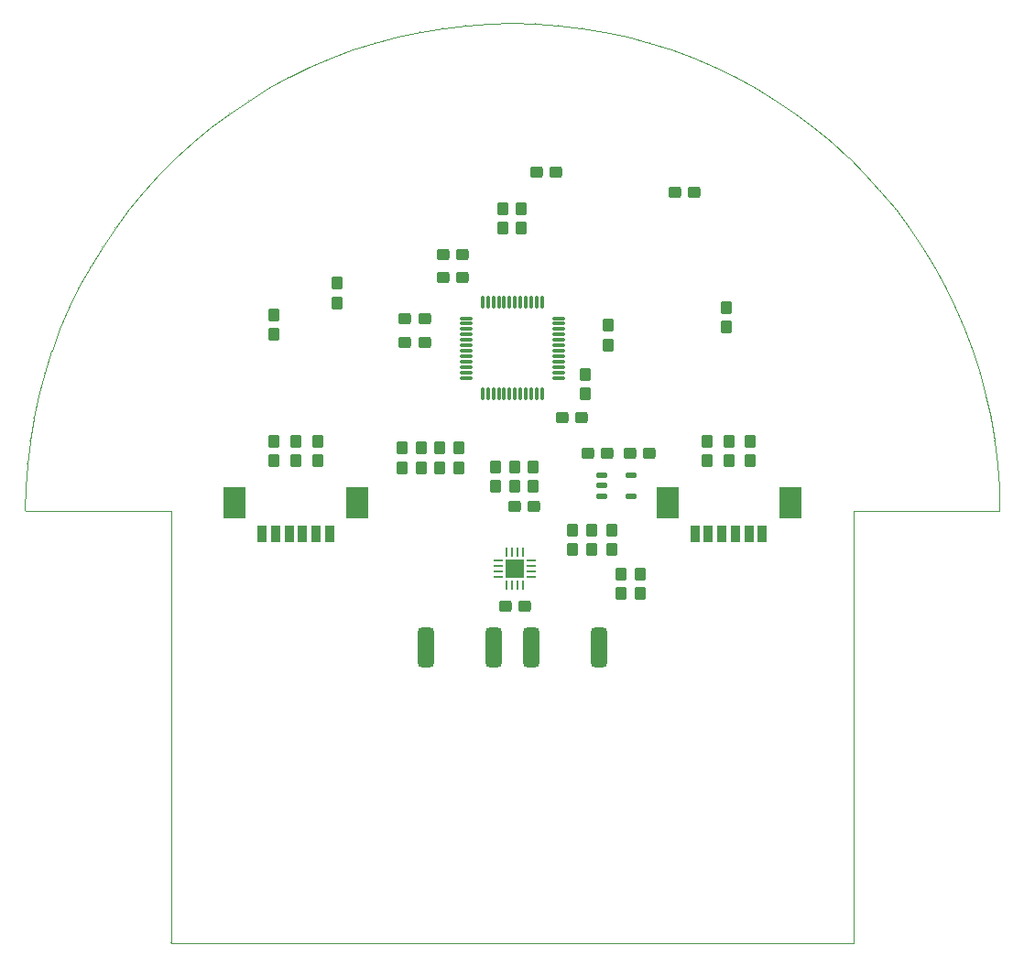
<source format=gtp>
%FSLAX25Y25*%
%MOIN*%
G70*
G01*
G75*
G04 Layer_Color=8421504*
G04:AMPARAMS|DCode=10|XSize=41.34mil|YSize=47.24mil|CornerRadius=10.34mil|HoleSize=0mil|Usage=FLASHONLY|Rotation=0.000|XOffset=0mil|YOffset=0mil|HoleType=Round|Shape=RoundedRectangle|*
%AMROUNDEDRECTD10*
21,1,0.04134,0.02658,0,0,0.0*
21,1,0.02067,0.04724,0,0,0.0*
1,1,0.02067,0.01034,-0.01329*
1,1,0.02067,-0.01034,-0.01329*
1,1,0.02067,-0.01034,0.01329*
1,1,0.02067,0.01034,0.01329*
%
%ADD10ROUNDEDRECTD10*%
G04:AMPARAMS|DCode=11|XSize=41.34mil|YSize=47.24mil|CornerRadius=10.34mil|HoleSize=0mil|Usage=FLASHONLY|Rotation=270.000|XOffset=0mil|YOffset=0mil|HoleType=Round|Shape=RoundedRectangle|*
%AMROUNDEDRECTD11*
21,1,0.04134,0.02658,0,0,270.0*
21,1,0.02067,0.04724,0,0,270.0*
1,1,0.02067,-0.01329,-0.01034*
1,1,0.02067,-0.01329,0.01034*
1,1,0.02067,0.01329,0.01034*
1,1,0.02067,0.01329,-0.01034*
%
%ADD11ROUNDEDRECTD11*%
%ADD12R,0.07087X0.07087*%
%ADD13O,0.00984X0.03543*%
%ADD14O,0.03543X0.00984*%
G04:AMPARAMS|DCode=15|XSize=21.65mil|YSize=39.37mil|CornerRadius=5.41mil|HoleSize=0mil|Usage=FLASHONLY|Rotation=270.000|XOffset=0mil|YOffset=0mil|HoleType=Round|Shape=RoundedRectangle|*
%AMROUNDEDRECTD15*
21,1,0.02165,0.02854,0,0,270.0*
21,1,0.01083,0.03937,0,0,270.0*
1,1,0.01083,-0.01427,-0.00541*
1,1,0.01083,-0.01427,0.00541*
1,1,0.01083,0.01427,0.00541*
1,1,0.01083,0.01427,-0.00541*
%
%ADD15ROUNDEDRECTD15*%
G04:AMPARAMS|DCode=16|XSize=145.67mil|YSize=59.06mil|CornerRadius=14.76mil|HoleSize=0mil|Usage=FLASHONLY|Rotation=270.000|XOffset=0mil|YOffset=0mil|HoleType=Round|Shape=RoundedRectangle|*
%AMROUNDEDRECTD16*
21,1,0.14567,0.02953,0,0,270.0*
21,1,0.11614,0.05906,0,0,270.0*
1,1,0.02953,-0.01476,-0.05807*
1,1,0.02953,-0.01476,0.05807*
1,1,0.02953,0.01476,0.05807*
1,1,0.02953,0.01476,-0.05807*
%
%ADD16ROUNDEDRECTD16*%
%ADD17R,0.03189X0.06299*%
%ADD18R,0.08268X0.11811*%
G04:AMPARAMS|DCode=19|XSize=41.34mil|YSize=47.24mil|CornerRadius=10.34mil|HoleSize=0mil|Usage=FLASHONLY|Rotation=360.000|XOffset=0mil|YOffset=0mil|HoleType=Round|Shape=RoundedRectangle|*
%AMROUNDEDRECTD19*
21,1,0.04134,0.02658,0,0,360.0*
21,1,0.02067,0.04724,0,0,360.0*
1,1,0.02067,0.01034,-0.01329*
1,1,0.02067,-0.01034,-0.01329*
1,1,0.02067,-0.01034,0.01329*
1,1,0.02067,0.01034,0.01329*
%
%ADD19ROUNDEDRECTD19*%
G04:AMPARAMS|DCode=20|XSize=98.43mil|YSize=196.85mil|CornerRadius=24.61mil|HoleSize=0mil|Usage=FLASHONLY|Rotation=180.000|XOffset=0mil|YOffset=0mil|HoleType=Round|Shape=RoundedRectangle|*
%AMROUNDEDRECTD20*
21,1,0.09843,0.14764,0,0,180.0*
21,1,0.04921,0.19685,0,0,180.0*
1,1,0.04921,-0.02461,0.07382*
1,1,0.04921,0.02461,0.07382*
1,1,0.04921,0.02461,-0.07382*
1,1,0.04921,-0.02461,-0.07382*
%
%ADD20ROUNDEDRECTD20*%
%ADD21C,0.05906*%
G04:AMPARAMS|DCode=22|XSize=11.81mil|YSize=47.24mil|CornerRadius=2.95mil|HoleSize=0mil|Usage=FLASHONLY|Rotation=180.000|XOffset=0mil|YOffset=0mil|HoleType=Round|Shape=RoundedRectangle|*
%AMROUNDEDRECTD22*
21,1,0.01181,0.04134,0,0,180.0*
21,1,0.00591,0.04724,0,0,180.0*
1,1,0.00591,-0.00295,0.02067*
1,1,0.00591,0.00295,0.02067*
1,1,0.00591,0.00295,-0.02067*
1,1,0.00591,-0.00295,-0.02067*
%
%ADD22ROUNDEDRECTD22*%
G04:AMPARAMS|DCode=23|XSize=11.81mil|YSize=47.24mil|CornerRadius=2.95mil|HoleSize=0mil|Usage=FLASHONLY|Rotation=90.000|XOffset=0mil|YOffset=0mil|HoleType=Round|Shape=RoundedRectangle|*
%AMROUNDEDRECTD23*
21,1,0.01181,0.04134,0,0,90.0*
21,1,0.00591,0.04724,0,0,90.0*
1,1,0.00591,0.02067,0.00295*
1,1,0.00591,0.02067,-0.00295*
1,1,0.00591,-0.02067,-0.00295*
1,1,0.00591,-0.02067,0.00295*
%
%ADD23ROUNDEDRECTD23*%
%ADD24C,0.00787*%
%ADD25C,0.01969*%
%ADD26C,0.03150*%
%ADD27C,0.00984*%
%ADD28C,0.00394*%
%ADD29C,0.00394*%
%ADD30O,0.07087X0.06299*%
G04:AMPARAMS|DCode=31|XSize=37.4mil|YSize=37.4mil|CornerRadius=9.35mil|HoleSize=0mil|Usage=FLASHONLY|Rotation=90.000|XOffset=0mil|YOffset=0mil|HoleType=Round|Shape=RoundedRectangle|*
%AMROUNDEDRECTD31*
21,1,0.03740,0.01870,0,0,90.0*
21,1,0.01870,0.03740,0,0,90.0*
1,1,0.01870,0.00935,0.00935*
1,1,0.01870,0.00935,-0.00935*
1,1,0.01870,-0.00935,-0.00935*
1,1,0.01870,-0.00935,0.00935*
%
%ADD31ROUNDEDRECTD31*%
%ADD32C,0.03740*%
%ADD33C,0.02953*%
%ADD34C,0.03937*%
%ADD35C,0.01969*%
%ADD36C,0.01000*%
D10*
X29035Y150197D02*
D03*
Y143110D02*
D03*
X21850Y143110D02*
D03*
Y150197D02*
D03*
X46555Y127067D02*
D03*
Y134153D02*
D03*
X7677Y173228D02*
D03*
Y166142D02*
D03*
X39469Y127067D02*
D03*
Y134153D02*
D03*
X36122Y143110D02*
D03*
Y150197D02*
D03*
X-86713Y228642D02*
D03*
Y221555D02*
D03*
X-63878Y232972D02*
D03*
Y240059D02*
D03*
X86614Y182677D02*
D03*
Y175591D02*
D03*
X78740Y182677D02*
D03*
Y175591D02*
D03*
X70866Y182677D02*
D03*
Y175591D02*
D03*
X-70866Y182677D02*
D03*
Y175591D02*
D03*
X-86614Y182677D02*
D03*
Y175591D02*
D03*
X3347Y260236D02*
D03*
Y267323D02*
D03*
X-3445Y267323D02*
D03*
Y260236D02*
D03*
X984Y166142D02*
D03*
Y173228D02*
D03*
X-6004Y166142D02*
D03*
Y173228D02*
D03*
X-19390Y173031D02*
D03*
Y180118D02*
D03*
X-26280Y173031D02*
D03*
Y180118D02*
D03*
X-33169Y173031D02*
D03*
Y180118D02*
D03*
X-40059Y173031D02*
D03*
Y180118D02*
D03*
X77756Y224213D02*
D03*
Y231299D02*
D03*
X34843Y224803D02*
D03*
Y217717D02*
D03*
X26476Y199803D02*
D03*
Y206890D02*
D03*
D11*
X4528Y122441D02*
D03*
X-2559D02*
D03*
X7874Y158957D02*
D03*
X787D02*
D03*
X42815Y178051D02*
D03*
X49902D02*
D03*
X27461D02*
D03*
X34547D02*
D03*
X8957Y280413D02*
D03*
X16043D02*
D03*
X-25197Y250689D02*
D03*
X-18110D02*
D03*
X66339Y273228D02*
D03*
X59252D02*
D03*
X-31890Y227362D02*
D03*
X-38976D02*
D03*
X-31890Y218504D02*
D03*
X-38976D02*
D03*
X-18110Y242323D02*
D03*
X-25197D02*
D03*
X18209Y191339D02*
D03*
X25295D02*
D03*
D12*
X787Y136122D02*
D03*
D13*
X-2165Y142126D02*
D03*
X-197D02*
D03*
X1772D02*
D03*
X3740D02*
D03*
Y130118D02*
D03*
X1772D02*
D03*
X-197D02*
D03*
X-2165D02*
D03*
D14*
X6791Y139075D02*
D03*
Y137106D02*
D03*
Y135138D02*
D03*
Y133169D02*
D03*
X-5217D02*
D03*
Y135138D02*
D03*
Y137106D02*
D03*
Y139075D02*
D03*
D15*
X43307Y170177D02*
D03*
Y162697D02*
D03*
X32677D02*
D03*
Y166437D02*
D03*
Y170177D02*
D03*
D16*
X-31496Y107579D02*
D03*
X-6890D02*
D03*
X31496D02*
D03*
X6890D02*
D03*
D17*
X66437Y148937D02*
D03*
X71358D02*
D03*
X81201D02*
D03*
X91043D02*
D03*
X86122D02*
D03*
X76279D02*
D03*
X-91043D02*
D03*
X-86122D02*
D03*
X-76279D02*
D03*
X-66437D02*
D03*
X-71358D02*
D03*
X-81201D02*
D03*
D18*
X101083Y160354D02*
D03*
X56398D02*
D03*
X-56398D02*
D03*
X-101083D02*
D03*
D19*
X-78740Y182677D02*
D03*
Y175591D02*
D03*
D22*
X-10827Y233268D02*
D03*
X-8858D02*
D03*
X-6890D02*
D03*
X-4921D02*
D03*
X-2953D02*
D03*
X984D02*
D03*
X2953D02*
D03*
X4921D02*
D03*
X6890D02*
D03*
X8858D02*
D03*
X10827D02*
D03*
Y199803D02*
D03*
X8858D02*
D03*
X6890D02*
D03*
X4921D02*
D03*
X2953D02*
D03*
X984D02*
D03*
X-984D02*
D03*
X-2953D02*
D03*
X-4921D02*
D03*
X-6890D02*
D03*
X-8858D02*
D03*
X-10827D02*
D03*
X-984Y233268D02*
D03*
D23*
X16732Y227362D02*
D03*
Y225394D02*
D03*
Y223425D02*
D03*
Y221457D02*
D03*
Y219488D02*
D03*
Y217520D02*
D03*
Y213583D02*
D03*
Y209646D02*
D03*
Y207677D02*
D03*
Y205709D02*
D03*
X-16732D02*
D03*
Y207677D02*
D03*
Y209646D02*
D03*
Y211614D02*
D03*
Y213583D02*
D03*
Y215551D02*
D03*
Y217520D02*
D03*
Y219488D02*
D03*
Y221457D02*
D03*
Y223425D02*
D03*
Y225394D02*
D03*
Y227362D02*
D03*
X16732Y215551D02*
D03*
Y211614D02*
D03*
D28*
X95893Y306684D02*
G03*
X95885Y306690I-110J-163D01*
G01*
X95894Y306684D02*
G03*
X95885Y306690I-111J-162D01*
G01*
X88685Y311078D02*
G03*
X88677Y311083I-103J-168D01*
G01*
X102884Y301953D02*
G03*
X102876Y301958I-118J-158D01*
G01*
X102884Y301953D02*
G03*
X102875Y301959I-118J-158D01*
G01*
X81269Y315128D02*
G03*
X81267Y315129I-87J-177D01*
G01*
X81276Y315124D02*
G03*
X81269Y315128I-94J-173D01*
G01*
X81276Y315124D02*
G03*
X81268Y315128I-94J-173D01*
G01*
X73682Y318813D02*
G03*
X73675Y318817I-85J-178D01*
G01*
X73684Y318812D02*
G03*
X73682Y318813I-87J-177D01*
G01*
X73683Y318813D02*
G03*
X73675Y318817I-86J-177D01*
G01*
X88685Y311078D02*
G03*
X88677Y311083I-103J-168D01*
G01*
X122397Y285840D02*
G03*
X122390Y285847I-139J-139D01*
G01*
X128366Y279872D02*
G03*
X128360Y279878I-145J-133D01*
G01*
X128367Y279870D02*
G03*
X128366Y279872I-146J-132D01*
G01*
X122391Y285846D02*
G03*
X122390Y285847I-133J-145D01*
G01*
X122397Y285840D02*
G03*
X122391Y285846I-139J-139D01*
G01*
X134045Y273624D02*
G03*
X134038Y273631I-152J-125D01*
G01*
X128366Y279871D02*
G03*
X128360Y279878I-146J-132D01*
G01*
X109642Y296894D02*
G03*
X109634Y296899I-125J-152D01*
G01*
X109642Y296894D02*
G03*
X109634Y296899I-125J-152D01*
G01*
X116150Y291519D02*
G03*
X116144Y291525I-132J-146D01*
G01*
X116152Y291518D02*
G03*
X116150Y291519I-133J-145D01*
G01*
X116151Y291519D02*
G03*
X116144Y291525I-132J-146D01*
G01*
X25247Y333036D02*
G03*
X25236Y333038I-34J-194D01*
G01*
X25246Y333037D02*
G03*
X25236Y333038I-33J-194D01*
G01*
X16864Y334039D02*
G03*
X16855Y334040I-23J-196D01*
G01*
X33570Y331637D02*
G03*
X33561Y331638I-42J-192D01*
G01*
X33571Y331637D02*
G03*
X33570Y331637I-42J-192D01*
G01*
X33571Y331637D02*
G03*
X33560Y331639I-42J-192D01*
G01*
X8444Y334641D02*
G03*
X8433Y334642I-14J-196D01*
G01*
X8444Y334641D02*
G03*
X8434Y334642I-14J-196D01*
G01*
X6Y334842D02*
G03*
X-5Y334843I-6J-197D01*
G01*
X16864Y334039D02*
G03*
X16855Y334040I-23J-196D01*
G01*
X58013Y325086D02*
G03*
X58005Y325089I-68J-185D01*
G01*
X58015Y325086D02*
G03*
X58013Y325086I-69J-184D01*
G01*
X65923Y322136D02*
G03*
X65914Y322140I-78J-181D01*
G01*
X58014Y325086D02*
G03*
X58005Y325089I-69J-184D01*
G01*
X65915Y322139D02*
G03*
X65914Y322140I-69J-184D01*
G01*
X65923Y322136D02*
G03*
X65915Y322139I-78J-181D01*
G01*
X41819Y329842D02*
G03*
X41810Y329844I-51J-190D01*
G01*
X41820Y329842D02*
G03*
X41819Y329842I-51J-190D01*
G01*
X41819Y329842D02*
G03*
X41810Y329844I-51J-190D01*
G01*
X49973Y327657D02*
G03*
X49964Y327660I-60J-188D01*
G01*
X49964Y327659D02*
G03*
X49964Y327660I-51J-190D01*
G01*
X49973Y327657D02*
G03*
X49964Y327659I-60J-188D01*
G01*
X172364Y199291D02*
G03*
X172362Y199300I-192J-42D01*
G01*
X172364Y199290D02*
G03*
X172364Y199291I-192J-42D01*
G01*
X170179Y207445D02*
G03*
X170176Y207454I-190J-51D01*
G01*
X170179Y207444D02*
G03*
X170179Y207445I-190J-51D01*
G01*
X172362Y199299D02*
G03*
X172362Y199300I-190J-51D01*
G01*
X172364Y199291D02*
G03*
X172362Y199299I-192J-42D01*
G01*
X174158Y191041D02*
G03*
X174156Y191051I-194J-32D01*
G01*
X174158Y191042D02*
G03*
X174156Y191051I-194J-33D01*
G01*
X167609Y215485D02*
G03*
X167606Y215494I-188J-60D01*
G01*
X167606Y215494D02*
G03*
X167606Y215495I-185J-68D01*
G01*
X167609Y215485D02*
G03*
X167606Y215494I-188J-60D01*
G01*
X164659Y223395D02*
G03*
X164656Y223404I-184J-69D01*
G01*
X164659Y223394D02*
G03*
X164659Y223395I-185J-68D01*
G01*
X170179Y207445D02*
G03*
X170176Y207454I-190J-51D01*
G01*
X177162Y165914D02*
G03*
X177161Y165924I-197J-3D01*
G01*
X177162Y165910D02*
G03*
X177162Y165914I-197J0D01*
G01*
X176560Y174335D02*
G03*
X176559Y174344I-196J-14D01*
G01*
X177162Y165915D02*
G03*
X177161Y165924I-197J-5D01*
G01*
X177362Y157480D02*
G03*
X177362Y157485I-197J0D01*
G01*
X177362Y157480D02*
G03*
X177362Y157486I-197J0D01*
G01*
X177165Y157283D02*
G03*
X177362Y157480I0J197D01*
G01*
X177165Y157283D02*
G03*
X177362Y157480I0J197D01*
G01*
X175558Y182717D02*
G03*
X175556Y182726I-196J-23D01*
G01*
X176560Y174335D02*
G03*
X176559Y174344I-196J-14D01*
G01*
X175558Y182717D02*
G03*
X175556Y182727I-196J-23D01*
G01*
X149209Y253366D02*
G03*
X149203Y253375I-168J-103D01*
G01*
X149209Y253366D02*
G03*
X149204Y253374I-168J-103D01*
G01*
X144478Y260356D02*
G03*
X144472Y260364I-164J-109D01*
G01*
X153603Y246157D02*
G03*
X153598Y246165I-173J-94D01*
G01*
X153603Y246157D02*
G03*
X153598Y246165I-173J-94D01*
G01*
X139419Y267115D02*
G03*
X139413Y267122I-158J-118D01*
G01*
X139419Y267115D02*
G03*
X139413Y267122I-158J-118D01*
G01*
X134039Y273631D02*
G03*
X134038Y273632I-146J-132D01*
G01*
X134045Y273624D02*
G03*
X134039Y273631I-152J-125D01*
G01*
X144478Y260357D02*
G03*
X144472Y260364I-163J-110D01*
G01*
X161333Y231163D02*
G03*
X161332Y231164I-178J-85D01*
G01*
X161336Y231155D02*
G03*
X161333Y231163I-181J-78D01*
G01*
X161336Y231155D02*
G03*
X161332Y231164I-181J-78D01*
G01*
X157648Y238749D02*
G03*
X157644Y238757I-177J-87D01*
G01*
X157648Y238747D02*
G03*
X157648Y238749I-178J-85D01*
G01*
X164659Y223395D02*
G03*
X164656Y223404I-184J-69D01*
G01*
X157648Y238748D02*
G03*
X157644Y238757I-177J-86D01*
G01*
X124016Y-197D02*
G03*
X124213Y0I0J197D01*
G01*
X124016Y-197D02*
G03*
X124213Y0I0J197D01*
G01*
X5Y334843D02*
G03*
X-6Y334842I-5J-197D01*
G01*
X-8433Y334642D02*
G03*
X-8444Y334641I3J-197D01*
G01*
X-8435Y334642D02*
G03*
X-8444Y334641I5J-197D01*
G01*
X-16855Y334040D02*
G03*
X-16864Y334039I14J-196D01*
G01*
X-16855Y334040D02*
G03*
X-16864Y334039I14J-196D01*
G01*
X-25237Y333038D02*
G03*
X-25246Y333037I23J-196D01*
G01*
X-25237Y333038D02*
G03*
X-25247Y333036I23J-196D01*
G01*
X-33560Y331639D02*
G03*
X-33571Y331637I32J-194D01*
G01*
X-33562Y331638D02*
G03*
X-33571Y331637I33J-194D01*
G01*
X-41810Y329844D02*
G03*
X-41819Y329842I42J-192D01*
G01*
X-41819Y329842D02*
G03*
X-41820Y329842I51J-190D01*
G01*
X-41810Y329844D02*
G03*
X-41819Y329842I42J-192D01*
G01*
X-49965Y327659D02*
G03*
X-49973Y327657I51J-190D01*
G01*
X-49964Y327660D02*
G03*
X-49965Y327659I51J-190D01*
G01*
X-49964Y327660D02*
G03*
X-49973Y327657I51J-190D01*
G01*
X-58005Y325089D02*
G03*
X-58014Y325086I60J-188D01*
G01*
X-58013Y325086D02*
G03*
X-58015Y325086I68J-185D01*
G01*
X-58005Y325089D02*
G03*
X-58013Y325086I60J-188D01*
G01*
X-65915Y322139D02*
G03*
X-65923Y322136I69J-184D01*
G01*
X-65914Y322140D02*
G03*
X-65915Y322139I68J-185D01*
G01*
X-65915Y322139D02*
G03*
X-65923Y322136I69J-184D01*
G01*
X-73675Y318817D02*
G03*
X-73683Y318813I78J-181D01*
G01*
X-73682Y318813D02*
G03*
X-73684Y318812I85J-178D01*
G01*
X-73675Y318817D02*
G03*
X-73682Y318813I78J-181D01*
G01*
X-81269Y315128D02*
G03*
X-81276Y315124I87J-177D01*
G01*
X-81267Y315129D02*
G03*
X-81269Y315128I85J-178D01*
G01*
X-81268Y315128D02*
G03*
X-81276Y315124I86J-177D01*
G01*
X-88677Y311083D02*
G03*
X-88685Y311078I94J-173D01*
G01*
X-88677Y311083D02*
G03*
X-88685Y311078I94J-173D01*
G01*
X-95885Y306689D02*
G03*
X-95893Y306684I103J-168D01*
G01*
X-95885Y306689D02*
G03*
X-95894Y306684I103J-168D01*
G01*
X-102875Y301959D02*
G03*
X-102884Y301953I109J-164D01*
G01*
X-102876Y301958D02*
G03*
X-102884Y301953I110J-163D01*
G01*
X-109634Y296899D02*
G03*
X-109642Y296894I118J-158D01*
G01*
X-109634Y296899D02*
G03*
X-109642Y296894I118J-158D01*
G01*
X-116144Y291525D02*
G03*
X-116151Y291519I125J-152D01*
G01*
X-116150Y291519D02*
G03*
X-116152Y291518I132J-146D01*
G01*
X-116144Y291525D02*
G03*
X-116150Y291519I125J-152D01*
G01*
X-122391Y285846D02*
G03*
X-122397Y285840I133J-145D01*
G01*
X-122390Y285847D02*
G03*
X-122391Y285846I132J-146D01*
G01*
X-122391Y285847D02*
G03*
X-122397Y285840I132J-146D01*
G01*
X-128360Y279878D02*
G03*
X-128366Y279871I139J-139D01*
G01*
X-128366Y279872D02*
G03*
X-128367Y279870I145J-133D01*
G01*
X-128360Y279878D02*
G03*
X-128366Y279872I139J-139D01*
G01*
X-134039Y273631D02*
G03*
X-134045Y273624I146J-132D01*
G01*
X-134038Y273632D02*
G03*
X-134039Y273631I145J-133D01*
G01*
X-134038Y273631D02*
G03*
X-134045Y273624I146J-132D01*
G01*
X-139413Y267122D02*
G03*
X-139419Y267115I152J-125D01*
G01*
X-139413Y267122D02*
G03*
X-139419Y267115I152J-125D01*
G01*
X-144472Y260364D02*
G03*
X-144478Y260357I158J-118D01*
G01*
X-144472Y260364D02*
G03*
X-144478Y260356I158J-118D01*
G01*
X-149203Y253375D02*
G03*
X-149209Y253366I162J-111D01*
G01*
X-149204Y253374D02*
G03*
X-149209Y253366I163J-110D01*
G01*
X-153598Y246165D02*
G03*
X-153603Y246157I168J-103D01*
G01*
X-153598Y246165D02*
G03*
X-153603Y246157I168J-103D01*
G01*
X-124213Y-0D02*
G03*
X-124016Y-197I197J0D01*
G01*
X-124213Y-0D02*
G03*
X-124016Y-197I197J0D01*
G01*
X-157644Y238756D02*
G03*
X-157648Y238748I173J-94D01*
G01*
X-157648Y238749D02*
G03*
X-157649Y238747I177J-87D01*
G01*
X-157644Y238756D02*
G03*
X-157648Y238749I173J-94D01*
G01*
X-161333Y231163D02*
G03*
X-161336Y231155I178J-85D01*
G01*
X-161332Y231164D02*
G03*
X-161333Y231163I177J-87D01*
G01*
X-161332Y231164D02*
G03*
X-161336Y231155I177J-86D01*
G01*
X-164656Y223404D02*
G03*
X-164659Y223395I181J-78D01*
G01*
X-164659Y223395D02*
G03*
X-164659Y223394I184J-69D01*
G01*
X-164656Y223404D02*
G03*
X-164659Y223395I181J-78D01*
G01*
X-167606Y215494D02*
G03*
X-167609Y215485I185J-68D01*
G01*
X-167606Y215495D02*
G03*
X-167606Y215494I184J-69D01*
G01*
X-167606Y215494D02*
G03*
X-167609Y215485I184J-69D01*
G01*
X-170177Y207453D02*
G03*
X-170179Y207445I188J-60D01*
G01*
X-170179Y207445D02*
G03*
X-170179Y207444I190J-51D01*
G01*
X-170177Y207453D02*
G03*
X-170179Y207445I188J-60D01*
G01*
X-172362Y199299D02*
G03*
X-172364Y199291I190J-51D01*
G01*
X-172362Y199300D02*
G03*
X-172362Y199299I190J-51D01*
G01*
X-172364Y199291D02*
G03*
X-172364Y199290I192J-42D01*
G01*
X-172362Y199300D02*
G03*
X-172364Y199291I190J-51D01*
G01*
X-174156Y191051D02*
G03*
X-174158Y191042I192J-42D01*
G01*
X-174156Y191051D02*
G03*
X-174158Y191041I192J-42D01*
G01*
X-175556Y182727D02*
G03*
X-175558Y182717I194J-34D01*
G01*
X-175556Y182726D02*
G03*
X-175558Y182717I194J-33D01*
G01*
X-176559Y174344D02*
G03*
X-176560Y174335I196J-23D01*
G01*
X-176559Y174344D02*
G03*
X-176560Y174335I196J-23D01*
G01*
X-177161Y165924D02*
G03*
X-177162Y165915I196J-14D01*
G01*
X-177161Y165924D02*
G03*
X-177162Y165914I196J-14D01*
G01*
X-177362Y157485D02*
G03*
X-177165Y157283I197J-5D01*
G01*
X-177362Y157486D02*
G03*
X-177165Y157283I197J-6D01*
G01*
X88685Y311078D02*
X95885Y306690D01*
X102884Y301953D02*
X109634Y296899D01*
X102875Y301959D02*
X102876Y301958D01*
X95894Y306684D02*
X102875Y301959D01*
X95893Y306684D02*
X95894Y306684D01*
X81268Y315128D02*
X81269Y315128D01*
X81267Y315129D02*
X81268Y315128D01*
X73684Y318812D02*
X81267Y315129D01*
X73683Y318813D02*
X73684Y318812D01*
X73682Y318813D02*
X73683Y318813D01*
X81276Y315124D02*
X88677Y311083D01*
X122397Y285840D02*
X128360Y279878D01*
X122390Y285847D02*
X122391Y285846D01*
X122390Y285847D02*
X122390Y285847D01*
X116152Y291518D02*
X122390Y285847D01*
X116151Y291519D02*
X116152Y291518D01*
X116150Y291519D02*
X116151Y291519D01*
X128366Y279872D02*
X128366Y279871D01*
X128367Y279870D01*
X134038Y273632D01*
X134038Y273631D01*
X134039Y273631D01*
X109642Y296894D02*
X116144Y291525D01*
X16864Y334039D02*
X25236Y333038D01*
X41810Y329844D02*
X41810Y329844D01*
X41810Y329844D02*
X41810Y329844D01*
X33571Y331637D02*
X41810Y329844D01*
X33571Y331637D02*
X33571Y331637D01*
X33570Y331637D02*
X33571Y331637D01*
X33560Y331639D02*
X33561Y331638D01*
X25247Y333036D02*
X33560Y331639D01*
X25246Y333037D02*
X25247Y333036D01*
X8433Y334642D02*
X8434Y334642D01*
X6Y334842D02*
X8433Y334642D01*
X5Y334843D02*
X6Y334842D01*
X8444Y334641D02*
X16855Y334040D01*
X65914Y322140D02*
X65915Y322139D01*
X65914Y322140D02*
X65914Y322140D01*
X58015Y325086D02*
X65914Y322140D01*
X58014Y325086D02*
X58015Y325086D01*
X58013Y325086D02*
X58014Y325086D01*
X49973Y327657D02*
X58005Y325089D01*
X65923Y322136D02*
X73675Y318817D01*
X49964Y327660D02*
X49964Y327659D01*
X49964Y327660D02*
X49964Y327660D01*
X41820Y329842D02*
X49964Y327660D01*
X41819Y329842D02*
X41820Y329842D01*
X41819Y329842D02*
X41819Y329842D01*
X172364Y199291D02*
X172364Y199291D01*
X172364Y199290D01*
X174156Y191051D01*
X174156Y191051D01*
X174156Y191051D01*
X170179Y207445D02*
X170179Y207445D01*
X170179Y207444D01*
X172362Y199300D01*
X172362Y199300D01*
X172362Y199299D01*
X174158Y191042D02*
X174158Y191041D01*
X175556Y182727D01*
X175556Y182726D01*
X164659Y223395D02*
X164659Y223395D01*
X164659Y223394D01*
X167606Y215495D01*
X167606Y215494D01*
X167606Y215494D01*
X167609Y215485D02*
X170176Y207454D01*
X177162Y165915D02*
X177162Y165914D01*
X177362Y157486D01*
X177362Y157485D01*
X176560Y174335D02*
X177161Y165924D01*
X175558Y182717D02*
X176559Y174344D01*
X124213Y157283D02*
X177165Y157283D01*
X144478Y260357D02*
X144478Y260356D01*
X149203Y253375D01*
X149204Y253374D01*
X149209Y253366D02*
X153598Y246165D01*
X134045Y273624D02*
X139413Y267122D01*
X139419Y267115D02*
X144472Y260364D01*
X157648Y238749D02*
X157648Y238748D01*
X157648Y238747D01*
X161332Y231164D01*
X161332Y231164D01*
X161333Y231163D01*
X161336Y231155D02*
X164656Y223404D01*
X153603Y246157D02*
X157644Y238757D01*
X124213Y0D02*
Y157283D01*
X-6Y334842D02*
X-5Y334843D01*
X-8433Y334642D02*
X-6Y334842D01*
X-8435Y334642D02*
X-8433Y334642D01*
X-16855Y334040D02*
X-8444Y334641D01*
X-25237Y333038D02*
X-16864Y334039D01*
X-25247Y333036D02*
X-25246Y333037D01*
X-33560Y331639D02*
X-25247Y333036D01*
X-33562Y331638D02*
X-33560Y331639D01*
X-41810Y329844D02*
X-33571Y331637D01*
X-41819Y329842D02*
X-41819Y329842D01*
X-41820Y329842D02*
X-41819Y329842D01*
X-49964Y327660D02*
X-41820Y329842D01*
X-49964Y327660D02*
X-49964Y327660D01*
X-49965Y327659D02*
X-49964Y327660D01*
X-58005Y325089D02*
X-49973Y327657D01*
X-58014Y325086D02*
X-58013Y325086D01*
X-58015Y325086D02*
X-58014Y325086D01*
X-65914Y322140D02*
X-58015Y325086D01*
X-65915Y322139D02*
X-65914Y322140D01*
X-65915Y322139D02*
X-65915Y322139D01*
X-73675Y318817D02*
X-65923Y322136D01*
X-73683Y318813D02*
X-73682Y318813D01*
X-73684Y318812D02*
X-73683Y318813D01*
X-81267Y315129D02*
X-73684Y318812D01*
X-81268Y315128D02*
X-81267Y315129D01*
X-81269Y315128D02*
X-81268Y315128D01*
X-88677Y311083D02*
X-81276Y315124D01*
X-95885Y306689D02*
X-88685Y311078D01*
X-95894Y306684D02*
X-95893Y306684D01*
X-102875Y301959D02*
X-95894Y306684D01*
X-102876Y301958D02*
X-102875Y301959D01*
X-109634Y296899D02*
X-102884Y301953D01*
X-116144Y291525D02*
X-109642Y296894D01*
X-116151Y291519D02*
X-116150Y291519D01*
X-116152Y291518D02*
X-116151Y291519D01*
X-122390Y285847D02*
X-116152Y291518D01*
X-122391Y285847D02*
X-122390Y285847D01*
X-122391Y285846D02*
X-122391Y285847D01*
X-128360Y279878D02*
X-122397Y285840D01*
X-128366Y279871D02*
X-128366Y279872D01*
X-128367Y279870D02*
X-128366Y279871D01*
X-134038Y273632D02*
X-128367Y279870D01*
X-134038Y273631D02*
X-134038Y273632D01*
X-134039Y273631D02*
X-134038Y273631D01*
X-139413Y267122D02*
X-134045Y273624D01*
X-144472Y260364D02*
X-139419Y267115D01*
X-144478Y260356D02*
X-144478Y260357D01*
X-149203Y253375D02*
X-144478Y260356D01*
X-149204Y253374D02*
X-149203Y253375D01*
X-153598Y246165D02*
X-149209Y253366D01*
X-124016Y-197D02*
X124016Y-197D01*
X-124213Y-0D02*
Y157283D01*
X-157644Y238756D02*
X-153603Y246157D01*
X-157648Y238748D02*
X-157648Y238749D01*
X-157649Y238747D02*
X-157648Y238748D01*
X-161332Y231164D02*
X-157649Y238747D01*
X-161332Y231164D02*
X-161332Y231164D01*
X-161333Y231163D02*
X-161332Y231164D01*
X-177165Y157283D02*
X-124213Y157283D01*
X-164656Y223404D02*
X-161336Y231155D01*
X-164659Y223395D02*
X-164659Y223395D01*
X-164659Y223394D02*
X-164659Y223395D01*
X-167606Y215495D02*
X-164659Y223394D01*
X-167606Y215494D02*
X-167606Y215495D01*
X-167606Y215494D02*
X-167606Y215494D01*
X-170177Y207453D02*
X-167609Y215485D01*
X-170179Y207445D02*
X-170179Y207445D01*
X-170179Y207444D02*
X-170179Y207445D01*
X-172362Y199300D02*
X-170179Y207444D01*
X-172362Y199300D02*
X-172362Y199300D01*
X-172362Y199299D02*
X-172362Y199300D01*
X-172364Y199291D02*
X-172364Y199291D01*
X-172364Y199290D02*
X-172364Y199291D01*
X-174156Y191051D02*
X-172364Y199290D01*
X-174156Y191051D02*
X-174156Y191051D01*
X-174156Y191051D02*
X-174156Y191051D01*
X-174158Y191041D02*
X-174158Y191042D01*
X-175556Y182727D02*
X-174158Y191041D01*
X-175556Y182726D02*
X-175556Y182727D01*
X-176559Y174344D02*
X-175558Y182717D01*
X-177161Y165924D02*
X-176560Y174335D01*
X-177162Y165914D02*
X-177162Y165915D01*
X-177362Y157486D02*
X-177162Y165914D01*
X-177362Y157485D02*
X-177362Y157486D01*
D29*
X41810Y329844D02*
D03*
X174156Y191051D02*
D03*
X-174156Y191051D02*
D03*
M02*

</source>
